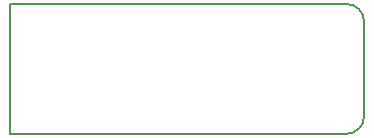
<source format=gm1>
G04 #@! TF.FileFunction,Profile,NP*
%FSLAX46Y46*%
G04 Gerber Fmt 4.6, Leading zero omitted, Abs format (unit mm)*
G04 Created by KiCad (PCBNEW 4.0.4-stable) date 09/24/16 18:26:33*
%MOMM*%
%LPD*%
G01*
G04 APERTURE LIST*
%ADD10C,0.100000*%
%ADD11C,0.150000*%
G04 APERTURE END LIST*
D10*
D11*
X120500000Y-96000000D02*
X149000000Y-96000000D01*
X149000000Y-107000000D02*
X120500000Y-107000000D01*
X150500000Y-97500000D02*
X150500000Y-105500000D01*
X150500000Y-97500000D02*
G75*
G03X149000000Y-96000000I-1500000J0D01*
G01*
X149000000Y-107000000D02*
G75*
G03X150500000Y-105500000I0J1500000D01*
G01*
X120500000Y-96000000D02*
X120500000Y-107000000D01*
M02*

</source>
